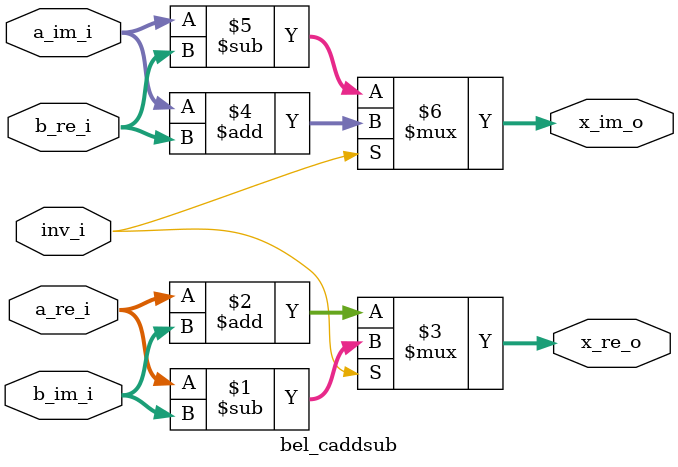
<source format=v>


module bel_caddsub (a_re_i, a_im_i, b_re_i, b_im_i, x_re_o, x_im_o, inv_i);

    parameter word_width = 16;

    input signed [word_width - 1:0] a_re_i;
    input signed [word_width - 1:0] a_im_i;
    input signed [word_width - 1:0] b_re_i;
    input signed [word_width - 1:0] b_im_i;
    output signed [word_width - 1:0] x_re_o;
    output signed [word_width - 1:0] x_im_o;
    input inv_i;

    assign x_re_o = (inv_i) ? a_re_i - b_im_i : a_re_i + b_im_i;
    assign x_im_o = (inv_i) ? a_im_i + b_re_i : a_im_i - b_re_i;

endmodule // bel_caddsub


</source>
